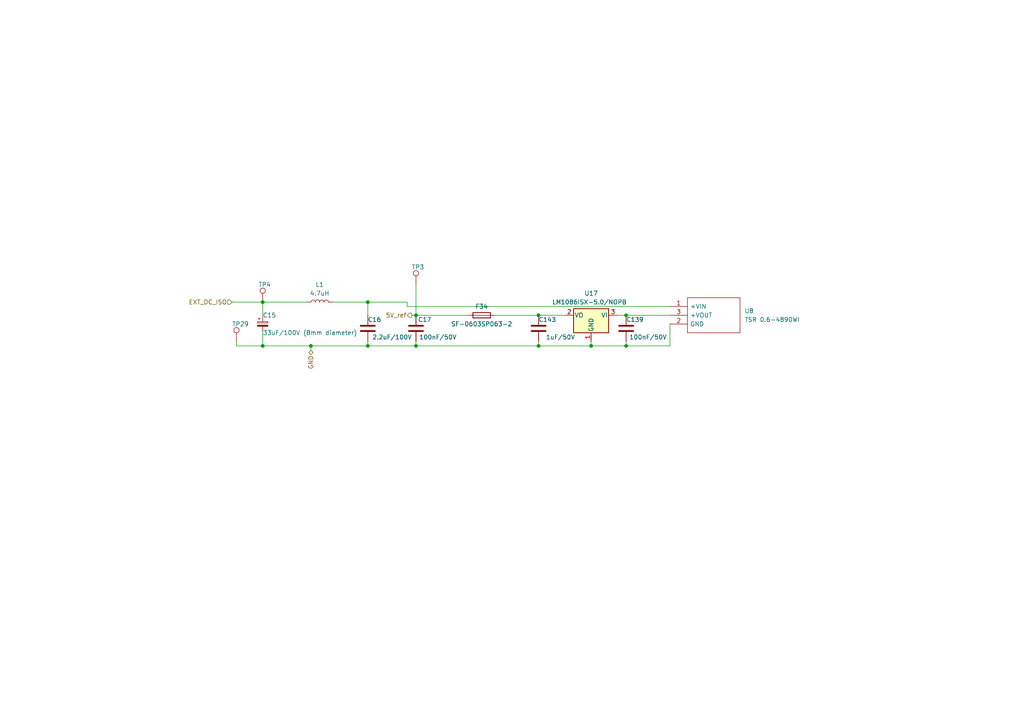
<source format=kicad_sch>
(kicad_sch (version 20230121) (generator eeschema)
  (paper "A4")
  (title_block (title "DC/DC converter") (date "2023-12-30") (rev "V1.0") (company "Valais Wallis Racing Team") (comment 1 "Bétrisey Mattia"))
  (lib_symbols
    (symbol "Connector:TestPoint" (pin_numbers hide) (pin_names (offset 0.762) hide)
      (property "Reference" "TP" (at 0 6.858 0))
      (property "Value" "TestPoint" (at 0 5.08 0))
      (symbol "TestPoint_0_1"
        (circle (center 0 3.302) (radius 0.762))
      )
      (symbol "TestPoint_1_1"
        (pin passive line (at 0 0 90) (length 2.54) (name "1") (number "1"))
      )
    )
    (symbol "Device:C" (pin_numbers hide) (pin_names (offset 0.254))
      (property "Reference" "C" (at 0.635 2.54 0))
      (property "Value" "C" (at 0.635 -2.54 0))
      (symbol "C_0_1"
        (polyline (pts (xy -2.032 -0.762) (xy 2.032 -0.762)) (stroke (width 0.508)))
        (polyline (pts (xy -2.032 0.762) (xy 2.032 0.762)) (stroke (width 0.508)))
      )
      (symbol "C_1_1"
        (pin passive line (at 0 3.81 270) (length 2.794) (name "~") (number "1"))
        (pin passive line (at 0 -3.81 90) (length 2.794) (name "~") (number "2"))
      )
    )
    (symbol "Device:C_Polarized_Small" (pin_numbers hide) (pin_names (offset 0.254) hide)
      (property "Reference" "C" (at 0.254 1.778 0))
      (property "Value" "C_Polarized_Small" (at 0.254 -2.032 0))
      (symbol "C_Polarized_Small_0_1"
        (rectangle (start -1.524 -0.3048) (end 1.524 -0.6858) (fill (type outline)))
        (rectangle (start -1.524 0.6858) (end 1.524 0.3048))
        (polyline (pts (xy -1.27 1.524) (xy -0.762 1.524)))
        (polyline (pts (xy -1.016 1.27) (xy -1.016 1.778)))
      )
      (symbol "C_Polarized_Small_1_1"
        (pin passive line (at 0 2.54 270) (length 1.8542) (name "~") (number "1"))
        (pin passive line (at 0 -2.54 90) (length 1.8542) (name "~") (number "2"))
      )
    )
    (symbol "Device:Fuse" (pin_numbers hide) (pin_names (offset 0))
      (property "Reference" "F" (at 2.032 0 90))
      (property "Value" "Fuse" (at -1.905 0 90))
      (symbol "Fuse_0_1"
        (rectangle (start -0.762 -2.54) (end 0.762 2.54) (stroke (width 0.254)))
        (polyline (pts (xy 0 2.54) (xy 0 -2.54)))
      )
      (symbol "Fuse_1_1"
        (pin passive line (at 0 3.81 270) (length 1.27) (name "~") (number "1"))
        (pin passive line (at 0 -3.81 90) (length 1.27) (name "~") (number "2"))
      )
    )
    (symbol "Device:L" (pin_numbers hide) (pin_names (offset 1.016) hide)
      (property "Reference" "L" (at -1.27 0 90))
      (property "Value" "L" (at 1.905 0 90))
      (symbol "L_0_1"
        (arc (start 0 -2.54) (mid 0.6323 -1.905) (end 0 -1.27))
        (arc (start 0 -1.27) (mid 0.6323 -0.635) (end 0 0))
        (arc (start 0 0) (mid 0.6323 0.635) (end 0 1.27))
        (arc (start 0 1.27) (mid 0.6323 1.905) (end 0 2.54))
      )
      (symbol "L_1_1"
        (pin passive line (at 0 3.81 270) (length 1.27) (name "1") (number "1"))
        (pin passive line (at 0 -3.81 90) (length 1.27) (name "2") (number "2"))
      )
    )
    (symbol "FS_Semiconductor:TSR_0.5-2450" (pin_names (offset 0.762))
      (property "Reference" "U" (at 21.59 7.62 0))
      (property "Value" "TSR_0.5-2450" (at 21.59 5.08 0))
      (symbol "TSR_0.5-2450_0_1"
        (polyline (pts (xy 5.08 2.54) (xy 20.32 2.54) (xy 20.32 -7.62) (xy 5.08 -7.62) (xy 5.08 2.54)) (stroke (width 0.1524)))
      )
      (symbol "TSR_0.5-2450_1_0"
        (pin power_in line (at 0 0 0) (length 5.08) (name "+VIN") (number "1"))
        (pin power_in line (at 0 -5.08 0) (length 5.08) (name "GND") (number "2"))
        (pin power_out line (at 0 -2.54 0) (length 5.08) (name "+VOUT") (number "3"))
      )
    )
    (symbol "Regulator_Linear:LM1085-3.3" (pin_names (offset 0.254))
      (property "Reference" "U" (at -3.81 3.175 0))
      (property "Value" "LM1085-3.3" (at 0 3.175 0))
      (symbol "LM1085-3.3_0_1"
        (rectangle (start -5.08 1.905) (end 5.08 -5.08) (stroke (width 0.254)) (fill (type background)))
      )
      (symbol "LM1085-3.3_1_1"
        (pin power_in line (at 0 -7.62 90) (length 2.54) (name "GND") (number "1"))
        (pin power_out line (at 7.62 0 180) (length 2.54) (name "VO") (number "2"))
        (pin power_in line (at -7.62 0 0) (length 2.54) (name "VI") (number "3"))
      )
    )
  )
  (junction (at 76.2 87.63))
  (junction (at 76.2 100.33))
  (junction (at 156.21 91.44))
  (junction (at 171.45 100.33))
  (junction (at 120.65 91.44))
  (junction (at 106.68 87.63))
  (junction (at 90.17 100.33))
  (junction (at 181.61 91.44))
  (junction (at 106.68 100.33))
  (junction (at 156.21 100.33))
  (junction (at 181.61 100.33))
  (junction (at 120.65 100.33))
  (wire (pts (xy 96.52 87.63) (xy 106.68 87.63)))
  (wire (pts (xy 181.61 99.06) (xy 181.61 100.33)))
  (wire (pts (xy 76.2 87.63) (xy 76.2 91.44)))
  (wire (pts (xy 156.21 100.33) (xy 171.45 100.33)))
  (wire (pts (xy 156.21 99.06) (xy 156.21 100.33)))
  (wire (pts (xy 181.61 91.44) (xy 194.31 91.44)))
  (wire (pts (xy 120.65 91.44) (xy 135.89 91.44)))
  (wire (pts (xy 106.68 87.63) (xy 106.68 91.44)))
  (wire (pts (xy 76.2 87.63) (xy 88.9 87.63)))
  (wire (pts (xy 179.07 91.44) (xy 181.61 91.44)))
  (wire (pts (xy 90.17 101.6) (xy 90.17 100.33)))
  (wire (pts (xy 68.58 99.06) (xy 68.58 100.33)))
  (wire (pts (xy 67.31 87.63) (xy 76.2 87.63)))
  (wire (pts (xy 106.68 87.63) (xy 118.11 87.63)))
  (wire (pts (xy 106.68 100.33) (xy 120.65 100.33)))
  (wire (pts (xy 143.51 91.44) (xy 156.21 91.44)))
  (wire (pts (xy 118.11 88.9) (xy 118.11 87.63)))
  (wire (pts (xy 181.61 100.33) (xy 194.31 100.33)))
  (wire (pts (xy 106.68 99.06) (xy 106.68 100.33)))
  (wire (pts (xy 76.2 100.33) (xy 90.17 100.33)))
  (wire (pts (xy 120.65 100.33) (xy 156.21 100.33)))
  (wire (pts (xy 194.31 93.98) (xy 194.31 100.33)))
  (wire (pts (xy 76.2 96.52) (xy 76.2 100.33)))
  (wire (pts (xy 90.17 100.33) (xy 106.68 100.33)))
  (wire (pts (xy 68.58 100.33) (xy 76.2 100.33)))
  (wire (pts (xy 118.11 88.9) (xy 194.31 88.9)))
  (wire (pts (xy 119.38 91.44) (xy 120.65 91.44)))
  (wire (pts (xy 120.65 82.55) (xy 120.65 91.44)))
  (wire (pts (xy 171.45 100.33) (xy 181.61 100.33)))
  (wire (pts (xy 156.21 91.44) (xy 163.83 91.44)))
  (wire (pts (xy 171.45 99.06) (xy 171.45 100.33)))
  (wire (pts (xy 120.65 100.33) (xy 120.65 99.06)))
  (hierarchical_label "GND" (shape bidirectional) (at 90.17 101.6 270))
  (hierarchical_label "5V_ref" (shape output) (at 119.38 91.44 180))
  (hierarchical_label "EXT_DC_ISO" (shape input) (at 67.31 87.63 180))
  (symbol (lib_id "Device:C") (at 156.21 95.25 180) (unit 1)
    (property "Reference" "C143" (at 158.75 92.71 0))
    (property "Value" "1uF/50V" (at 162.56 97.79 0))
    (property "Footprint" "Capacitor_SMD:C_0603_1608Metric" (effects hide))
    (property "part number" "generic" (effects hide))
    (property "DESCRIPTION" "Capa 1uF/50V" (effects hide))
    (instances (project "BMS-Slave" (path "" (reference "C143") (unit 1)) (path "" (reference "C144") (unit 1)) (path "" (reference "C146") (unit 1)) (path "" (reference "C145") (unit 1))))
  )
  (symbol (lib_id "Device:Fuse") (at 139.7 91.44 90) (unit 1)
    (property "Reference" "F34" (at 139.7 88.9 90))
    (property "Value" "SF-0603SP063-2" (at 139.7 93.98 90))
    (property "Footprint" "Fuse:Fuse_0603_1608Metric" (effects hide))
    (property "DESCRIPTION" "Surface Mount Fuses .63A 32V TIME DELAY" (effects hide))
    (property "Manufacturer_Name" "Bourns" (effects hide))
    (property "Seller" "Mouser" (effects hide))
    (property "part number" "652-SF-0603SP063-2" (effects hide))
    (property "unit price" "0.39" (effects hide))
    (instances (project "BMS-Slave" (path "" (reference "F34") (unit 1)) (path "" (reference "F1") (unit 1)) (path "" (reference "F2") (unit 1)) (path "" (reference "F18") (unit 1))))
  )
  (symbol (lib_id "FS_Semiconductor:TSR_0.5-2450") (at 194.31 88.9 0) (unit 1)
    (property "Reference" "U8" (at 215.9 90.17 0) (effects (justify left)))
    (property "Value" "TSR 0.6-4890WI " (at 215.9 92.71 0) (effects (justify left)))
    (property "Footprint" "FS_Semiconductor:TSR 0.6-4850WI" (effects hide))
    (property "Datasheet" "https://tracopower.com/tsr0-5-datasheet/" (effects hide))
    (property "Description" "0.5 Amp POL switching regulator, 4.75 to -32 VDC input, pos.-pos. circuit, LM78 compatible, SIP-3" (effects hide))
    (property "Mouser Part Number" "495-TSR0.5-2450" (effects hide))
    (property "Mouser Price/Stock" "https://www.mouser.co.uk/ProductDetail/TRACO-Power/TSR-0.5-2450?qs=ckJk83FOD0XpEgQBSwF%2FIw%3D%3D" (effects hide))
    (property "Manufacturer_Name" "Traco Power" (effects hide))
    (property "Manufacturer_Part_Number" "TSR 0.5-2450" (effects hide))
    (property "Seller" "DigiKex" (effects hide))
    (property "part number" "1951-TSR0.6-4890WI-ND" (effects hide))
    (property "unit price" "9.34" (effects hide))
    (property "DESCRIPTION" "DC/DC converter 9V to 72V in 6.5V out" (effects hide))
    (instances (project "BMS-Slave" (path "" (reference "U8") (unit 1)) (path "" (reference "U3") (unit 1)) (path "" (reference "U12") (unit 1)) (path "" (reference "U10") (unit 1))))
  )
  (symbol (lib_id "Device:C") (at 106.68 95.25 0) (unit 1)
    (property "Reference" "C16" (at 106.68 92.71 0) (effects (justify left)))
    (property "Value" "2.2uF/100V" (at 107.95 97.79 0) (effects (justify left)))
    (property "Footprint" "Capacitor_SMD:C_1210_3225Metric" (effects hide))
    (property "part number" "80-EDH336M100A9MAA" (effects hide))
    (property "unit price" "0.61" (effects hide))
    (property "DESCRIPTION" "Capa 2.2uF/100V" (effects hide))
    (instances (project "BMS-Slave" (path "" (reference "C16") (unit 1)) (path "" (reference "C67") (unit 1)) (path "" (reference "C113") (unit 1)) (path "" (reference "C78") (unit 1))) (project "BMS-Master" (path "" (reference "C82") (unit 1))))
  )
  (symbol (lib_id "Connector:TestPoint") (at 68.58 99.06 0) (unit 1)
    (property "Reference" "TP29" (at 67.31 93.98 0) (effects (justify left)))
    (property "Value" "TestPoint" (effects hide))
    (property "Footprint" "TestPoint:TestPoint_Keystone_5000-5004_Miniature" (effects hide))
    (property "DESCRIPTION" "not mounted" (effects hide))
    (instances (project "BMS-Slave" (path "" (reference "TP29") (unit 1)) (path "" (reference "TP53") (unit 1)) (path "" (reference "TP5") (unit 1)) (path "" (reference "TP8") (unit 1)) (path "" (reference "TP16") (unit 1)) (path "" (reference "TP12") (unit 1))) (project "BMS-Master" (path "" (reference "TP1") (unit 1)) (path "" (reference "TP27") (unit 1))))
  )
  (symbol (lib_id "Device:C_Polarized_Small") (at 76.2 93.98 0) (unit 1)
    (property "Reference" "C15" (at 76.2 91.44 0) (effects (justify left)))
    (property "Value" "33uF/100V (8mm diameter)" (at 76.2 96.52 0) (effects (justify left)))
    (property "Footprint" "Capacitor_SMD:CP_Elec_8x10" (effects hide))
    (property "Seller" "Mouser" (effects hide))
    (property "part number" "generic" (effects hide))
    (property "DESCRIPTION" "Capa électrolitique 33uF/100V" (effects hide))
    (instances (project "BMS-Slave" (path "" (reference "C15") (unit 1)) (path "" (reference "C66") (unit 1)) (path "" (reference "C112") (unit 1)) (path "" (reference "C77") (unit 1))) (project "BMS-Master" (path "" (reference "C90") (unit 1))))
  )
  (symbol (lib_id "Device:C") (at 120.65 95.25 180) (unit 1)
    (property "Reference" "C17" (at 123.19 92.71 0))
    (property "Value" "100nF/50V" (at 127 97.79 0))
    (property "Footprint" "Capacitor_SMD:C_0603_1608Metric" (effects hide))
    (property "part number" "generic" (effects hide))
    (property "DESCRIPTION" "Capa 100nF/50V" (effects hide))
    (instances (project "BMS-Slave" (path "" (reference "C17") (unit 1)) (path "" (reference "C68") (unit 1)) (path "" (reference "C114") (unit 1)) (path "" (reference "C79") (unit 1))))
  )
  (symbol (lib_id "Regulator_Linear:LM1085-3.3") (at 171.45 91.44 0) (mirror y) (unit 1)
    (property "Reference" "U17" (at 171.45 85.09 0))
    (property "Value" "LM1086ISX-5.0/NOPB " (at 171.45 87.63 0))
    (property "Footprint" "Package_TO_SOT_SMD:TO-263-3_TabPin2" (effects hide))
    (property "Datasheet" "http://www.ti.com/lit/ds/symlink/lm1085.pdf" (effects hide))
    (property "DESCRIPTION" "LDO Voltage Regulators 5V 1.5A LDO Positve Reg" (effects hide))
    (property "Seller" "Mouser" (effects hide))
    (property "part number" "926-LM1086ISX50NOPB" (effects hide))
    (property "unit price" "1.89" (effects hide))
    (instances (project "BMS-Slave" (path "" (reference "U17") (unit 1)) (path "" (reference "U18") (unit 1)) (path "" (reference "U19") (unit 1)) (path "" (reference "U20") (unit 1))) (project "BMS-Master" (path "" (reference "U20") (unit 1))))
  )
  (symbol (lib_id "Connector:TestPoint") (at 120.65 82.55 0) (unit 1)
    (property "Reference" "TP3" (at 119.38 77.47 0) (effects (justify left)))
    (property "Value" "TestPoint" (effects hide))
    (property "Footprint" "TestPoint:TestPoint_Keystone_5000-5004_Miniature" (effects hide))
    (property "DESCRIPTION" "not mounted" (effects hide))
    (instances (project "BMS-Slave" (path "" (reference "TP3") (unit 1)) (path "" (reference "TP6") (unit 1)) (path "" (reference "TP14") (unit 1)) (path "" (reference "TP10") (unit 1))) (project "BMS-Master" (path "" (reference "TP1") (unit 1)) (path "" (reference "TP27") (unit 1))))
  )
  (symbol (lib_id "Device:C") (at 181.61 95.25 180) (unit 1)
    (property "Reference" "C139" (at 184.15 92.71 0))
    (property "Value" "100nF/50V" (at 187.96 97.79 0))
    (property "Footprint" "Capacitor_SMD:C_0603_1608Metric" (effects hide))
    (property "part number" "generic" (effects hide))
    (property "DESCRIPTION" "Capa 100nF/50V" (effects hide))
    (instances (project "BMS-Slave" (path "" (reference "C139") (unit 1)) (path "" (reference "C140") (unit 1)) (path "" (reference "C142") (unit 1)) (path "" (reference "C141") (unit 1))))
  )
  (symbol (lib_id "Device:L") (at 92.71 87.63 90) (unit 1)
    (property "Reference" "L1" (at 92.71 82.55 90))
    (property "Value" "4.7uH" (at 92.71 85.09 90))
    (property "Footprint" "FS_Passive:TCK176" (effects hide))
    (property "Seller" "Mouser" (effects hide))
    (property "part number" "495-TCK-176" (effects hide))
    (property "unit price" "3.49" (effects hide))
    (property "DESCRIPTION" "Power Inductors - SMD 4.7uH 52mOhm 4.5A Inductor" (effects hide))
    (property "Manufacturer_Name" "TRACO Power" (effects hide))
    (instances (project "BMS-Slave" (path "" (reference "L1") (unit 1)) (path "" (reference "L2") (unit 1)) (path "" (reference "L4") (unit 1)) (path "" (reference "L3") (unit 1))) (project "BMS-Master" (path "" (reference "L2") (unit 1))))
  )
  (symbol (lib_id "Connector:TestPoint") (at 76.2 87.63 0) (unit 1)
    (property "Reference" "TP4" (at 74.93 82.55 0) (effects (justify left)))
    (property "Value" "TestPoint" (effects hide))
    (property "Footprint" "TestPoint:TestPoint_Keystone_5000-5004_Miniature" (effects hide))
    (property "DESCRIPTION" "not mounted" (effects hide))
    (instances (project "BMS-Slave" (path "" (reference "TP4") (unit 1)) (path "" (reference "TP7") (unit 1)) (path "" (reference "TP15") (unit 1)) (path "" (reference "TP11") (unit 1))) (project "BMS-Master" (path "" (reference "TP1") (unit 1)) (path "" (reference "TP27") (unit 1))))
  )
)
</source>
